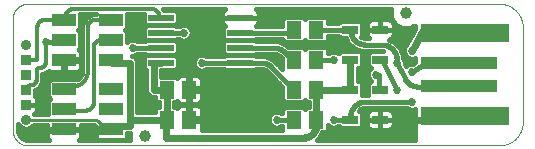
<source format=gtl>
G75*
%MOIN*%
%OFA0B0*%
%FSLAX25Y25*%
%IPPOS*%
%LPD*%
%AMOC8*
5,1,8,0,0,1.08239X$1,22.5*
%
%ADD10C,0.00000*%
%ADD11R,0.05118X0.05906*%
%ADD12R,0.05315X0.03150*%
%ADD13R,0.08700X0.02400*%
%ADD14R,0.07874X0.04331*%
%ADD15R,0.03500X0.03200*%
%ADD16C,0.03500*%
%ADD17R,0.29528X0.05906*%
%ADD18R,0.25591X0.03937*%
%ADD19C,0.03937*%
%ADD20C,0.02400*%
%ADD21C,0.01500*%
%ADD22C,0.01000*%
%ADD23C,0.01600*%
%ADD24C,0.01200*%
%ADD25C,0.02700*%
%ADD26C,0.00600*%
D10*
X0011800Y0006800D02*
X0168926Y0006800D01*
X0169116Y0006802D01*
X0169306Y0006809D01*
X0169496Y0006821D01*
X0169686Y0006837D01*
X0169875Y0006857D01*
X0170064Y0006883D01*
X0170252Y0006912D01*
X0170439Y0006947D01*
X0170625Y0006986D01*
X0170810Y0007029D01*
X0170995Y0007077D01*
X0171178Y0007129D01*
X0171359Y0007185D01*
X0171539Y0007246D01*
X0171718Y0007312D01*
X0171895Y0007381D01*
X0172071Y0007455D01*
X0172244Y0007533D01*
X0172416Y0007616D01*
X0172585Y0007702D01*
X0172753Y0007792D01*
X0172918Y0007887D01*
X0173081Y0007985D01*
X0173241Y0008088D01*
X0173399Y0008194D01*
X0173554Y0008304D01*
X0173707Y0008417D01*
X0173857Y0008535D01*
X0174003Y0008656D01*
X0174147Y0008780D01*
X0174288Y0008908D01*
X0174426Y0009039D01*
X0174561Y0009174D01*
X0174692Y0009312D01*
X0174820Y0009453D01*
X0174944Y0009597D01*
X0175065Y0009743D01*
X0175183Y0009893D01*
X0175296Y0010046D01*
X0175406Y0010201D01*
X0175512Y0010359D01*
X0175615Y0010519D01*
X0175713Y0010682D01*
X0175808Y0010847D01*
X0175898Y0011015D01*
X0175984Y0011184D01*
X0176067Y0011356D01*
X0176145Y0011529D01*
X0176219Y0011705D01*
X0176288Y0011882D01*
X0176354Y0012061D01*
X0176415Y0012241D01*
X0176471Y0012422D01*
X0176523Y0012605D01*
X0176571Y0012790D01*
X0176614Y0012975D01*
X0176653Y0013161D01*
X0176688Y0013348D01*
X0176717Y0013536D01*
X0176743Y0013725D01*
X0176763Y0013914D01*
X0176779Y0014104D01*
X0176791Y0014294D01*
X0176798Y0014484D01*
X0176800Y0014674D01*
X0176800Y0046170D01*
X0176798Y0046360D01*
X0176791Y0046550D01*
X0176779Y0046740D01*
X0176763Y0046930D01*
X0176743Y0047119D01*
X0176717Y0047308D01*
X0176688Y0047496D01*
X0176653Y0047683D01*
X0176614Y0047869D01*
X0176571Y0048054D01*
X0176523Y0048239D01*
X0176471Y0048422D01*
X0176415Y0048603D01*
X0176354Y0048783D01*
X0176288Y0048962D01*
X0176219Y0049139D01*
X0176145Y0049315D01*
X0176067Y0049488D01*
X0175984Y0049660D01*
X0175898Y0049829D01*
X0175808Y0049997D01*
X0175713Y0050162D01*
X0175615Y0050325D01*
X0175512Y0050485D01*
X0175406Y0050643D01*
X0175296Y0050798D01*
X0175183Y0050951D01*
X0175065Y0051101D01*
X0174944Y0051247D01*
X0174820Y0051391D01*
X0174692Y0051532D01*
X0174561Y0051670D01*
X0174426Y0051805D01*
X0174288Y0051936D01*
X0174147Y0052064D01*
X0174003Y0052188D01*
X0173857Y0052309D01*
X0173707Y0052427D01*
X0173554Y0052540D01*
X0173399Y0052650D01*
X0173241Y0052756D01*
X0173081Y0052859D01*
X0172918Y0052957D01*
X0172753Y0053052D01*
X0172585Y0053142D01*
X0172416Y0053228D01*
X0172244Y0053311D01*
X0172071Y0053389D01*
X0171895Y0053463D01*
X0171718Y0053532D01*
X0171539Y0053598D01*
X0171359Y0053659D01*
X0171178Y0053715D01*
X0170995Y0053767D01*
X0170810Y0053815D01*
X0170625Y0053858D01*
X0170439Y0053897D01*
X0170252Y0053932D01*
X0170064Y0053961D01*
X0169875Y0053987D01*
X0169686Y0054007D01*
X0169496Y0054023D01*
X0169306Y0054035D01*
X0169116Y0054042D01*
X0168926Y0054044D01*
X0011800Y0054044D01*
X0011660Y0054042D01*
X0011520Y0054036D01*
X0011380Y0054026D01*
X0011240Y0054013D01*
X0011101Y0053995D01*
X0010962Y0053973D01*
X0010825Y0053948D01*
X0010687Y0053919D01*
X0010551Y0053886D01*
X0010416Y0053849D01*
X0010282Y0053808D01*
X0010149Y0053763D01*
X0010017Y0053715D01*
X0009887Y0053663D01*
X0009758Y0053608D01*
X0009631Y0053549D01*
X0009505Y0053486D01*
X0009381Y0053420D01*
X0009260Y0053351D01*
X0009140Y0053278D01*
X0009022Y0053201D01*
X0008907Y0053122D01*
X0008793Y0053039D01*
X0008683Y0052953D01*
X0008574Y0052864D01*
X0008468Y0052772D01*
X0008365Y0052677D01*
X0008264Y0052580D01*
X0008167Y0052479D01*
X0008072Y0052376D01*
X0007980Y0052270D01*
X0007891Y0052161D01*
X0007805Y0052051D01*
X0007722Y0051937D01*
X0007643Y0051822D01*
X0007566Y0051704D01*
X0007493Y0051584D01*
X0007424Y0051463D01*
X0007358Y0051339D01*
X0007295Y0051213D01*
X0007236Y0051086D01*
X0007181Y0050957D01*
X0007129Y0050827D01*
X0007081Y0050695D01*
X0007036Y0050562D01*
X0006995Y0050428D01*
X0006958Y0050293D01*
X0006925Y0050157D01*
X0006896Y0050019D01*
X0006871Y0049882D01*
X0006849Y0049743D01*
X0006831Y0049604D01*
X0006818Y0049464D01*
X0006808Y0049324D01*
X0006802Y0049184D01*
X0006800Y0049044D01*
X0006800Y0011800D01*
X0006802Y0011660D01*
X0006808Y0011520D01*
X0006818Y0011380D01*
X0006831Y0011240D01*
X0006849Y0011101D01*
X0006871Y0010962D01*
X0006896Y0010825D01*
X0006925Y0010687D01*
X0006958Y0010551D01*
X0006995Y0010416D01*
X0007036Y0010282D01*
X0007081Y0010149D01*
X0007129Y0010017D01*
X0007181Y0009887D01*
X0007236Y0009758D01*
X0007295Y0009631D01*
X0007358Y0009505D01*
X0007424Y0009381D01*
X0007493Y0009260D01*
X0007566Y0009140D01*
X0007643Y0009022D01*
X0007722Y0008907D01*
X0007805Y0008793D01*
X0007891Y0008683D01*
X0007980Y0008574D01*
X0008072Y0008468D01*
X0008167Y0008365D01*
X0008264Y0008264D01*
X0008365Y0008167D01*
X0008468Y0008072D01*
X0008574Y0007980D01*
X0008683Y0007891D01*
X0008793Y0007805D01*
X0008907Y0007722D01*
X0009022Y0007643D01*
X0009140Y0007566D01*
X0009260Y0007493D01*
X0009381Y0007424D01*
X0009505Y0007358D01*
X0009631Y0007295D01*
X0009758Y0007236D01*
X0009887Y0007181D01*
X0010017Y0007129D01*
X0010149Y0007081D01*
X0010282Y0007036D01*
X0010416Y0006995D01*
X0010551Y0006958D01*
X0010687Y0006925D01*
X0010825Y0006896D01*
X0010962Y0006871D01*
X0011101Y0006849D01*
X0011240Y0006831D01*
X0011380Y0006818D01*
X0011520Y0006808D01*
X0011660Y0006802D01*
X0011800Y0006800D01*
D11*
X0058060Y0015422D03*
X0065540Y0015422D03*
X0065540Y0025422D03*
X0058060Y0025422D03*
X0100560Y0025422D03*
X0108040Y0025422D03*
X0108040Y0015422D03*
X0100560Y0015422D03*
X0100560Y0035422D03*
X0108040Y0035422D03*
X0108040Y0045422D03*
X0100560Y0045422D03*
D12*
X0119300Y0045422D03*
X0129300Y0045422D03*
X0129300Y0035422D03*
X0119300Y0035422D03*
X0119300Y0025422D03*
X0129300Y0025422D03*
X0129300Y0015422D03*
X0119300Y0015422D03*
D13*
X0082600Y0034422D03*
X0082600Y0039422D03*
X0082600Y0044422D03*
X0082600Y0049422D03*
X0056100Y0049422D03*
X0056100Y0044422D03*
X0056100Y0039422D03*
X0056100Y0034422D03*
D14*
X0039674Y0035229D03*
X0023926Y0035229D03*
X0023926Y0041922D03*
X0039674Y0041922D03*
X0039674Y0048615D03*
X0023926Y0048615D03*
X0023926Y0025515D03*
X0039674Y0025515D03*
X0039674Y0018822D03*
X0023926Y0018822D03*
X0023926Y0012129D03*
X0039674Y0012129D03*
D15*
X0011300Y0020422D03*
X0011300Y0025422D03*
X0011300Y0030422D03*
X0011300Y0035422D03*
D16*
X0011300Y0040422D03*
X0011300Y0015422D03*
D17*
X0157587Y0016642D03*
X0157587Y0044202D03*
D18*
X0155619Y0034359D03*
X0155619Y0026485D03*
D19*
X0137800Y0050800D03*
X0050800Y0009800D03*
D20*
X0057800Y0009422D02*
X0058060Y0025422D01*
X0053800Y0025422D01*
X0053800Y0034422D01*
X0056100Y0034422D01*
X0045800Y0034422D02*
X0045800Y0015422D01*
X0045800Y0013422D01*
X0039674Y0013422D01*
X0045800Y0015422D02*
X0057800Y0015422D01*
X0057800Y0009422D01*
X0103040Y0009422D01*
X0108040Y0013422D02*
X0108040Y0015422D01*
X0108040Y0025422D01*
X0119300Y0025422D01*
X0119300Y0035422D01*
X0139800Y0038422D02*
X0143800Y0045800D01*
X0058060Y0025422D02*
X0058060Y0015422D01*
X0058060Y0025422D02*
X0057800Y0025422D01*
X0045800Y0034422D02*
X0039800Y0034422D01*
X0103040Y0009422D02*
X0103171Y0009409D01*
X0103302Y0009400D01*
X0103434Y0009395D01*
X0103566Y0009394D01*
X0103697Y0009397D01*
X0103829Y0009403D01*
X0103960Y0009414D01*
X0104091Y0009428D01*
X0104222Y0009446D01*
X0104352Y0009467D01*
X0104481Y0009493D01*
X0104609Y0009522D01*
X0104737Y0009555D01*
X0104863Y0009592D01*
X0104989Y0009632D01*
X0105113Y0009676D01*
X0105236Y0009724D01*
X0105357Y0009775D01*
X0105477Y0009829D01*
X0105595Y0009887D01*
X0105712Y0009949D01*
X0105826Y0010014D01*
X0105939Y0010082D01*
X0106050Y0010153D01*
X0106158Y0010228D01*
X0106265Y0010305D01*
X0106369Y0010386D01*
X0106470Y0010470D01*
X0106569Y0010557D01*
X0106666Y0010646D01*
X0106760Y0010739D01*
X0106851Y0010834D01*
X0106940Y0010931D01*
X0107025Y0011031D01*
X0107108Y0011134D01*
X0107187Y0011239D01*
X0107264Y0011346D01*
X0107337Y0011455D01*
X0107407Y0011567D01*
X0107474Y0011680D01*
X0107538Y0011796D01*
X0107598Y0011913D01*
X0107655Y0012032D01*
X0107708Y0012152D01*
X0107758Y0012274D01*
X0107804Y0012398D01*
X0107846Y0012522D01*
X0107885Y0012648D01*
X0107920Y0012775D01*
X0107952Y0012903D01*
X0107980Y0013032D01*
X0108004Y0013161D01*
X0108024Y0013291D01*
X0108040Y0013422D01*
X0137800Y0015422D02*
X0158808Y0015800D01*
D21*
X0100560Y0035422D02*
X0099800Y0035422D01*
X0083800Y0039422D02*
X0082600Y0039422D01*
X0108040Y0045422D02*
X0119300Y0045422D01*
X0039674Y0035229D02*
X0039674Y0034422D01*
X0057800Y0015422D02*
X0058060Y0015422D01*
X0039674Y0013422D02*
X0039674Y0012129D01*
D22*
X0039674Y0013422D02*
X0036800Y0013422D01*
X0035532Y0014690D02*
X0035461Y0014758D01*
X0035388Y0014823D01*
X0035312Y0014885D01*
X0035233Y0014945D01*
X0035153Y0015001D01*
X0035070Y0015054D01*
X0034986Y0015103D01*
X0034899Y0015150D01*
X0034811Y0015192D01*
X0034721Y0015232D01*
X0034629Y0015267D01*
X0034537Y0015300D01*
X0034443Y0015328D01*
X0034348Y0015353D01*
X0034252Y0015374D01*
X0034155Y0015391D01*
X0034058Y0015405D01*
X0033960Y0015414D01*
X0033862Y0015420D01*
X0033764Y0015422D01*
X0011300Y0015422D01*
D23*
X0008600Y0013970D02*
X0008714Y0013694D01*
X0009572Y0012836D01*
X0010693Y0012372D01*
X0011907Y0012372D01*
X0013028Y0012836D01*
X0013813Y0013622D01*
X0018189Y0013622D01*
X0018189Y0012412D01*
X0023643Y0012412D01*
X0023643Y0013622D01*
X0024209Y0013622D01*
X0024209Y0012412D01*
X0029663Y0012412D01*
X0029663Y0013622D01*
X0033764Y0013622D01*
X0033901Y0013609D01*
X0033944Y0013591D01*
X0034437Y0013098D01*
X0034437Y0009425D01*
X0035199Y0008664D01*
X0044149Y0008664D01*
X0044911Y0009425D01*
X0044911Y0010922D01*
X0045907Y0010922D01*
X0045885Y0010667D01*
X0045796Y0010335D01*
X0045848Y0010245D01*
X0045846Y0010221D01*
X0045779Y0010142D01*
X0045809Y0009800D01*
X0045779Y0009458D01*
X0045846Y0009379D01*
X0045848Y0009355D01*
X0045796Y0009265D01*
X0045885Y0008933D01*
X0045914Y0008600D01*
X0029045Y0008600D01*
X0029303Y0008859D01*
X0029540Y0009269D01*
X0029663Y0009727D01*
X0029663Y0011846D01*
X0024209Y0011846D01*
X0024209Y0012412D01*
X0023643Y0012412D01*
X0023643Y0011846D01*
X0018189Y0011846D01*
X0018189Y0009727D01*
X0018312Y0009269D01*
X0018549Y0008859D01*
X0018807Y0008600D01*
X0011800Y0008600D01*
X0011176Y0008661D01*
X0010022Y0009139D01*
X0009139Y0010022D01*
X0008661Y0011176D01*
X0008600Y0011800D01*
X0008600Y0013970D01*
X0008600Y0013194D02*
X0009215Y0013194D01*
X0008620Y0011596D02*
X0018189Y0011596D01*
X0015800Y0011422D02*
X0023926Y0012422D01*
X0023926Y0012129D01*
X0023643Y0013194D02*
X0024209Y0013194D01*
X0029663Y0013194D02*
X0034341Y0013194D01*
X0031800Y0012422D02*
X0031800Y0012129D01*
X0029663Y0011596D02*
X0034437Y0011596D01*
X0034437Y0009997D02*
X0029663Y0009997D01*
X0018189Y0009997D02*
X0009164Y0009997D01*
X0013385Y0013194D02*
X0018189Y0013194D01*
X0018689Y0017222D02*
X0013879Y0017222D01*
X0014155Y0017382D01*
X0014490Y0017717D01*
X0014727Y0018127D01*
X0014850Y0018585D01*
X0014850Y0020422D01*
X0014850Y0022259D01*
X0014727Y0022717D01*
X0014490Y0023127D01*
X0014342Y0023276D01*
X0014350Y0023284D01*
X0014350Y0025243D01*
X0015622Y0025978D01*
X0016700Y0027844D01*
X0016700Y0030772D01*
X0017028Y0030772D01*
X0018722Y0031750D01*
X0018735Y0031772D01*
X0018884Y0031623D01*
X0019294Y0031386D01*
X0019752Y0031264D01*
X0023643Y0031264D01*
X0023643Y0034946D01*
X0024209Y0034946D01*
X0024209Y0035512D01*
X0029663Y0035512D01*
X0029663Y0037631D01*
X0029540Y0038089D01*
X0029303Y0038500D01*
X0028968Y0038835D01*
X0028849Y0038904D01*
X0029163Y0039218D01*
X0029163Y0044626D01*
X0028520Y0045268D01*
X0029163Y0045911D01*
X0029163Y0050522D01*
X0034437Y0050522D01*
X0034437Y0050515D01*
X0033121Y0050515D01*
X0031079Y0049336D01*
X0031079Y0049336D01*
X0031079Y0049336D01*
X0029900Y0047294D01*
X0029900Y0031422D01*
X0029840Y0030817D01*
X0029378Y0029700D01*
X0028530Y0028852D01*
X0028401Y0028980D01*
X0019450Y0028980D01*
X0018689Y0028219D01*
X0018689Y0022811D01*
X0019332Y0022168D01*
X0018689Y0021526D01*
X0018689Y0017222D01*
X0018689Y0017990D02*
X0014648Y0017990D01*
X0014850Y0019588D02*
X0018689Y0019588D01*
X0015800Y0020422D02*
X0011300Y0020422D01*
X0014850Y0020422D01*
X0011300Y0020422D01*
X0011300Y0020422D01*
X0014850Y0021187D02*
X0018689Y0021187D01*
X0018715Y0022785D02*
X0014688Y0022785D01*
X0014350Y0024384D02*
X0018689Y0024384D01*
X0018689Y0025982D02*
X0015625Y0025982D01*
X0015622Y0025978D02*
X0015622Y0025978D01*
X0015622Y0025978D01*
X0011800Y0025422D02*
X0011300Y0025422D01*
X0016548Y0027581D02*
X0018689Y0027581D01*
X0016700Y0029179D02*
X0028857Y0029179D01*
X0029824Y0030778D02*
X0017038Y0030778D01*
X0018722Y0031750D02*
X0018722Y0031750D01*
X0018722Y0031750D01*
X0023643Y0032376D02*
X0024209Y0032376D01*
X0024209Y0031264D02*
X0028100Y0031264D01*
X0028558Y0031386D01*
X0028968Y0031623D01*
X0029303Y0031959D01*
X0029540Y0032369D01*
X0029663Y0032827D01*
X0029663Y0034946D01*
X0024209Y0034946D01*
X0024209Y0031264D01*
X0029542Y0032376D02*
X0029900Y0032376D01*
X0029900Y0033975D02*
X0029663Y0033975D01*
X0029663Y0035573D02*
X0029900Y0035573D01*
X0029900Y0037172D02*
X0029663Y0037172D01*
X0029900Y0038770D02*
X0029033Y0038770D01*
X0029163Y0040369D02*
X0029900Y0040369D01*
X0029900Y0041967D02*
X0029163Y0041967D01*
X0029163Y0043566D02*
X0029900Y0043566D01*
X0029900Y0045164D02*
X0028625Y0045164D01*
X0029163Y0046763D02*
X0029900Y0046763D01*
X0030516Y0048361D02*
X0029163Y0048361D01*
X0029163Y0049960D02*
X0032160Y0049960D01*
X0044911Y0049960D02*
X0050450Y0049960D01*
X0050450Y0050522D02*
X0050450Y0047684D01*
X0051212Y0046922D01*
X0050450Y0046160D01*
X0050450Y0042684D01*
X0051212Y0041922D01*
X0060988Y0041922D01*
X0061388Y0042322D01*
X0062152Y0042322D01*
X0062299Y0042175D01*
X0063273Y0041772D01*
X0064327Y0041772D01*
X0065301Y0042175D01*
X0066047Y0042921D01*
X0066450Y0043895D01*
X0066450Y0044949D01*
X0066047Y0045923D01*
X0065301Y0046669D01*
X0064327Y0047072D01*
X0063273Y0047072D01*
X0062299Y0046669D01*
X0062152Y0046522D01*
X0061388Y0046522D01*
X0060988Y0046922D01*
X0051212Y0046922D01*
X0060988Y0046922D01*
X0061750Y0047684D01*
X0061750Y0051160D01*
X0060988Y0051922D01*
X0057068Y0051922D01*
X0056954Y0052198D01*
X0056908Y0052244D01*
X0077460Y0052244D01*
X0077145Y0052062D01*
X0076810Y0051727D01*
X0076573Y0051317D01*
X0076450Y0050859D01*
X0076450Y0049422D01*
X0082600Y0049422D01*
X0088750Y0049422D01*
X0088750Y0050859D01*
X0088627Y0051317D01*
X0088390Y0051727D01*
X0088055Y0052062D01*
X0087740Y0052244D01*
X0132987Y0052244D01*
X0132965Y0052196D01*
X0133001Y0052098D01*
X0132994Y0052075D01*
X0132915Y0052008D01*
X0132885Y0051667D01*
X0132796Y0051335D01*
X0132848Y0051245D01*
X0132846Y0051221D01*
X0132779Y0051142D01*
X0132809Y0050800D01*
X0132779Y0050458D01*
X0132846Y0050379D01*
X0132848Y0050355D01*
X0132796Y0050265D01*
X0132885Y0049933D01*
X0132915Y0049592D01*
X0132994Y0049525D01*
X0133001Y0049501D01*
X0132965Y0049404D01*
X0133110Y0049093D01*
X0133199Y0048762D01*
X0133289Y0048710D01*
X0133299Y0048688D01*
X0133281Y0048585D01*
X0133478Y0048304D01*
X0133623Y0047994D01*
X0133720Y0047958D01*
X0133734Y0047938D01*
X0133734Y0047834D01*
X0133977Y0047592D01*
X0134173Y0047311D01*
X0134276Y0047293D01*
X0134293Y0047276D01*
X0134311Y0047173D01*
X0134592Y0046977D01*
X0134834Y0046734D01*
X0134938Y0046734D01*
X0134958Y0046720D01*
X0134994Y0046623D01*
X0135304Y0046478D01*
X0135585Y0046281D01*
X0135688Y0046299D01*
X0135710Y0046289D01*
X0135762Y0046199D01*
X0136093Y0046110D01*
X0136404Y0045965D01*
X0136501Y0046001D01*
X0136525Y0045994D01*
X0136592Y0045915D01*
X0136933Y0045885D01*
X0137265Y0045796D01*
X0137355Y0045848D01*
X0137379Y0045846D01*
X0137458Y0045779D01*
X0137800Y0045809D01*
X0138142Y0045779D01*
X0138221Y0045846D01*
X0138245Y0045848D01*
X0138335Y0045796D01*
X0138667Y0045885D01*
X0139008Y0045915D01*
X0139075Y0045994D01*
X0139098Y0046001D01*
X0139196Y0045965D01*
X0139507Y0046110D01*
X0139838Y0046199D01*
X0139890Y0046289D01*
X0139912Y0046299D01*
X0140014Y0046281D01*
X0140296Y0046478D01*
X0140606Y0046623D01*
X0140642Y0046720D01*
X0140662Y0046734D01*
X0140766Y0046734D01*
X0140800Y0046769D01*
X0140800Y0045512D01*
X0138027Y0040396D01*
X0137553Y0039923D01*
X0137150Y0038949D01*
X0137150Y0037895D01*
X0137553Y0036921D01*
X0138299Y0036175D01*
X0139273Y0035772D01*
X0140327Y0035772D01*
X0140800Y0035968D01*
X0140800Y0034460D01*
X0140148Y0034072D01*
X0139273Y0034072D01*
X0138299Y0033669D01*
X0137783Y0033152D01*
X0137433Y0033853D01*
X0137450Y0033895D01*
X0137450Y0034949D01*
X0137047Y0035923D01*
X0136900Y0036070D01*
X0136900Y0036834D01*
X0135819Y0039444D01*
X0133822Y0041441D01*
X0133822Y0041441D01*
X0132294Y0042074D01*
X0132652Y0042170D01*
X0133063Y0042407D01*
X0133398Y0042742D01*
X0133635Y0043152D01*
X0133757Y0043610D01*
X0133757Y0045422D01*
X0129300Y0045422D01*
X0134800Y0045422D01*
X0133757Y0045422D02*
X0133757Y0047234D01*
X0133635Y0047692D01*
X0133398Y0048102D01*
X0133063Y0048437D01*
X0132652Y0048674D01*
X0132194Y0048797D01*
X0129300Y0048797D01*
X0129300Y0045422D01*
X0129300Y0045422D01*
X0133757Y0045422D01*
X0133757Y0045164D02*
X0140612Y0045164D01*
X0139745Y0043566D02*
X0133746Y0043566D01*
X0132552Y0041967D02*
X0138878Y0041967D01*
X0137999Y0040369D02*
X0134894Y0040369D01*
X0135819Y0039444D02*
X0135819Y0039444D01*
X0136098Y0038770D02*
X0137150Y0038770D01*
X0137450Y0037172D02*
X0136760Y0037172D01*
X0137191Y0035573D02*
X0140800Y0035573D01*
X0139038Y0033975D02*
X0137450Y0033975D01*
X0134800Y0034422D02*
X0134800Y0035422D01*
X0134800Y0034422D02*
X0137418Y0029186D01*
X0139800Y0031422D02*
X0143800Y0033800D01*
X0155619Y0034359D01*
X0155619Y0026485D02*
X0155432Y0026421D01*
X0155244Y0026362D01*
X0155054Y0026307D01*
X0154863Y0026257D01*
X0154670Y0026212D01*
X0154477Y0026171D01*
X0154283Y0026136D01*
X0154088Y0026105D01*
X0153892Y0026079D01*
X0153695Y0026057D01*
X0153498Y0026041D01*
X0153301Y0026029D01*
X0153104Y0026022D01*
X0152906Y0026020D01*
X0152709Y0026023D01*
X0152511Y0026031D01*
X0152314Y0026043D01*
X0152117Y0026060D01*
X0151921Y0026083D01*
X0151725Y0026110D01*
X0151531Y0026141D01*
X0151336Y0026178D01*
X0151143Y0026219D01*
X0150951Y0026265D01*
X0150760Y0026316D01*
X0150571Y0026371D01*
X0150382Y0026431D01*
X0150196Y0026496D01*
X0150011Y0026565D01*
X0149827Y0026639D01*
X0149646Y0026717D01*
X0149467Y0026800D01*
X0141890Y0026422D01*
X0134800Y0025422D02*
X0129800Y0035422D01*
X0134800Y0035422D02*
X0134798Y0035562D01*
X0134792Y0035702D01*
X0134782Y0035842D01*
X0134769Y0035982D01*
X0134751Y0036121D01*
X0134729Y0036260D01*
X0134704Y0036397D01*
X0134675Y0036535D01*
X0134642Y0036671D01*
X0134605Y0036806D01*
X0134564Y0036940D01*
X0134519Y0037073D01*
X0134471Y0037205D01*
X0134419Y0037335D01*
X0134364Y0037464D01*
X0134305Y0037591D01*
X0134242Y0037717D01*
X0134176Y0037841D01*
X0134107Y0037962D01*
X0134034Y0038082D01*
X0133957Y0038200D01*
X0133878Y0038315D01*
X0133795Y0038429D01*
X0133709Y0038539D01*
X0133620Y0038648D01*
X0133528Y0038754D01*
X0133433Y0038857D01*
X0133336Y0038958D01*
X0133235Y0039055D01*
X0133132Y0039150D01*
X0133026Y0039242D01*
X0132917Y0039331D01*
X0132807Y0039417D01*
X0132693Y0039500D01*
X0132578Y0039579D01*
X0132460Y0039656D01*
X0132340Y0039729D01*
X0132219Y0039798D01*
X0132095Y0039864D01*
X0131969Y0039927D01*
X0131842Y0039986D01*
X0131713Y0040041D01*
X0131583Y0040093D01*
X0131451Y0040141D01*
X0131318Y0040186D01*
X0131184Y0040227D01*
X0131049Y0040264D01*
X0130913Y0040297D01*
X0130775Y0040326D01*
X0130638Y0040351D01*
X0130499Y0040373D01*
X0130360Y0040391D01*
X0130220Y0040404D01*
X0130080Y0040414D01*
X0129940Y0040420D01*
X0129800Y0040422D01*
X0124325Y0040422D01*
X0123004Y0038322D02*
X0120540Y0039272D01*
X0120540Y0039272D01*
X0118582Y0041044D01*
X0118582Y0041044D01*
X0117823Y0042547D01*
X0116104Y0042547D01*
X0115343Y0043309D01*
X0115343Y0043372D01*
X0111899Y0043372D01*
X0111899Y0041931D01*
X0111138Y0041169D01*
X0104943Y0041169D01*
X0104300Y0041812D01*
X0103657Y0041169D01*
X0097462Y0041169D01*
X0096701Y0041931D01*
X0096701Y0042322D01*
X0087888Y0042322D01*
X0087488Y0041922D01*
X0077712Y0041922D01*
X0076950Y0041160D01*
X0076950Y0037684D01*
X0077712Y0036922D01*
X0077312Y0036522D01*
X0071448Y0036522D01*
X0071301Y0036669D01*
X0070327Y0037072D01*
X0069273Y0037072D01*
X0068299Y0036669D01*
X0067553Y0035923D01*
X0067150Y0034949D01*
X0067150Y0033895D01*
X0067553Y0032921D01*
X0068299Y0032175D01*
X0069273Y0031772D01*
X0070327Y0031772D01*
X0071301Y0032175D01*
X0071448Y0032322D01*
X0077312Y0032322D01*
X0077712Y0031922D01*
X0087488Y0031922D01*
X0087888Y0032322D01*
X0089489Y0032322D01*
X0090055Y0032266D01*
X0091100Y0031833D01*
X0091539Y0031473D01*
X0091831Y0031181D01*
X0092154Y0030858D01*
X0096701Y0026311D01*
X0096701Y0021931D01*
X0097462Y0021169D01*
X0103657Y0021169D01*
X0104300Y0021812D01*
X0104943Y0021169D01*
X0105540Y0021169D01*
X0105540Y0019675D01*
X0104943Y0019675D01*
X0104300Y0019032D01*
X0103657Y0019675D01*
X0097462Y0019675D01*
X0096701Y0018913D01*
X0096701Y0017522D01*
X0096448Y0017522D01*
X0096301Y0017669D01*
X0095327Y0018072D01*
X0094273Y0018072D01*
X0093299Y0017669D01*
X0092553Y0016923D01*
X0092150Y0015949D01*
X0092150Y0014895D01*
X0092553Y0013921D01*
X0093299Y0013175D01*
X0094273Y0012772D01*
X0095327Y0012772D01*
X0096301Y0013175D01*
X0096448Y0013322D01*
X0096701Y0013322D01*
X0096701Y0011931D01*
X0096710Y0011922D01*
X0069816Y0011922D01*
X0069899Y0012232D01*
X0069899Y0014942D01*
X0066020Y0014942D01*
X0066020Y0015902D01*
X0065061Y0015902D01*
X0065061Y0020175D01*
X0062744Y0020175D01*
X0062286Y0020052D01*
X0061876Y0019815D01*
X0061541Y0019480D01*
X0061472Y0019360D01*
X0061157Y0019675D01*
X0060560Y0019675D01*
X0060560Y0021169D01*
X0061157Y0021169D01*
X0061472Y0021484D01*
X0061541Y0021364D01*
X0061876Y0021029D01*
X0062286Y0020792D01*
X0062744Y0020669D01*
X0065061Y0020669D01*
X0065061Y0024942D01*
X0066020Y0024942D01*
X0066020Y0020669D01*
X0068336Y0020669D01*
X0068794Y0020792D01*
X0069204Y0021029D01*
X0069540Y0021364D01*
X0069777Y0021774D01*
X0069899Y0022232D01*
X0069899Y0024942D01*
X0066020Y0024942D01*
X0066020Y0025902D01*
X0065061Y0025902D01*
X0065061Y0030175D01*
X0062744Y0030175D01*
X0062286Y0030052D01*
X0061876Y0029815D01*
X0061541Y0029480D01*
X0061472Y0029360D01*
X0061157Y0029675D01*
X0056300Y0029675D01*
X0056300Y0031922D01*
X0060988Y0031922D01*
X0061750Y0032684D01*
X0061750Y0036160D01*
X0060988Y0036922D01*
X0061750Y0037684D01*
X0061750Y0041160D01*
X0060988Y0041922D01*
X0051212Y0041922D01*
X0050812Y0041522D01*
X0048448Y0041522D01*
X0048301Y0041669D01*
X0047327Y0042072D01*
X0046273Y0042072D01*
X0045299Y0041669D01*
X0044911Y0041281D01*
X0044911Y0044626D01*
X0044268Y0045268D01*
X0044911Y0045911D01*
X0044911Y0050522D01*
X0050450Y0050522D01*
X0050450Y0048361D02*
X0044911Y0048361D01*
X0044911Y0046763D02*
X0051052Y0046763D01*
X0050450Y0045164D02*
X0044373Y0045164D01*
X0044911Y0043566D02*
X0050450Y0043566D01*
X0051166Y0041967D02*
X0047580Y0041967D01*
X0046020Y0041967D02*
X0044911Y0041967D01*
X0046800Y0039422D02*
X0056100Y0039422D01*
X0061750Y0038770D02*
X0076950Y0038770D01*
X0076950Y0040369D02*
X0061750Y0040369D01*
X0061034Y0041967D02*
X0062801Y0041967D01*
X0064798Y0041967D02*
X0077666Y0041967D01*
X0077712Y0041922D02*
X0087488Y0041922D01*
X0087888Y0041522D01*
X0095141Y0041522D01*
X0097751Y0040441D01*
X0097751Y0040441D01*
X0098134Y0040058D01*
X0098517Y0039675D01*
X0103657Y0039675D01*
X0104300Y0039032D01*
X0104943Y0039675D01*
X0111138Y0039675D01*
X0111899Y0038913D01*
X0111899Y0037522D01*
X0112152Y0037522D01*
X0112299Y0037669D01*
X0113273Y0038072D01*
X0114327Y0038072D01*
X0115301Y0037669D01*
X0115388Y0037581D01*
X0116104Y0038297D01*
X0122496Y0038297D01*
X0123257Y0037535D01*
X0123257Y0033309D01*
X0122496Y0032547D01*
X0121800Y0032547D01*
X0121800Y0028297D01*
X0122496Y0028297D01*
X0123257Y0027535D01*
X0123257Y0023522D01*
X0125343Y0023522D01*
X0125343Y0027535D01*
X0126104Y0028297D01*
X0126178Y0028297D01*
X0125553Y0028921D01*
X0125150Y0029895D01*
X0125150Y0030949D01*
X0125553Y0031923D01*
X0126178Y0032547D01*
X0126104Y0032547D01*
X0125343Y0033309D01*
X0125343Y0037535D01*
X0126104Y0038297D01*
X0130056Y0038297D01*
X0129800Y0038322D01*
X0123004Y0038322D01*
X0121841Y0038770D02*
X0111899Y0038770D01*
X0119328Y0040369D02*
X0097823Y0040369D01*
X0093729Y0039422D02*
X0082600Y0039422D01*
X0087488Y0036922D02*
X0087888Y0037322D01*
X0093729Y0037322D01*
X0094295Y0037266D01*
X0095340Y0036833D01*
X0095780Y0036473D01*
X0096205Y0036047D01*
X0096395Y0035858D01*
X0096701Y0035551D01*
X0096701Y0032251D01*
X0095124Y0033827D01*
X0094793Y0034159D01*
X0093894Y0035058D01*
X0093511Y0035441D01*
X0093511Y0035441D01*
X0090901Y0036522D01*
X0087888Y0036522D01*
X0087488Y0036922D01*
X0077712Y0036922D01*
X0087488Y0036922D01*
X0087738Y0037172D02*
X0094523Y0037172D01*
X0097264Y0037958D02*
X0099800Y0035422D01*
X0096679Y0035573D02*
X0093192Y0035573D01*
X0093729Y0039422D02*
X0093869Y0039420D01*
X0094009Y0039414D01*
X0094149Y0039404D01*
X0094289Y0039391D01*
X0094428Y0039373D01*
X0094567Y0039351D01*
X0094704Y0039326D01*
X0094842Y0039297D01*
X0094978Y0039264D01*
X0095113Y0039227D01*
X0095247Y0039186D01*
X0095380Y0039141D01*
X0095512Y0039093D01*
X0095642Y0039041D01*
X0095771Y0038986D01*
X0095898Y0038927D01*
X0096024Y0038864D01*
X0096148Y0038798D01*
X0096269Y0038729D01*
X0096389Y0038656D01*
X0096507Y0038579D01*
X0096622Y0038500D01*
X0096736Y0038417D01*
X0096846Y0038331D01*
X0096955Y0038242D01*
X0097061Y0038150D01*
X0097164Y0038055D01*
X0097265Y0037958D01*
X0096701Y0033975D02*
X0094977Y0033975D01*
X0093024Y0032958D02*
X0100560Y0025422D01*
X0096701Y0025982D02*
X0069899Y0025982D01*
X0069899Y0025902D02*
X0069899Y0028612D01*
X0069777Y0029070D01*
X0069540Y0029480D01*
X0069204Y0029815D01*
X0068794Y0030052D01*
X0068336Y0030175D01*
X0066020Y0030175D01*
X0066020Y0025902D01*
X0069899Y0025902D01*
X0066020Y0025982D02*
X0065061Y0025982D01*
X0065061Y0024384D02*
X0066020Y0024384D01*
X0066020Y0022785D02*
X0065061Y0022785D01*
X0065061Y0021187D02*
X0066020Y0021187D01*
X0069362Y0021187D02*
X0097445Y0021187D01*
X0097376Y0019588D02*
X0069431Y0019588D01*
X0069540Y0019480D02*
X0069204Y0019815D01*
X0068794Y0020052D01*
X0068336Y0020175D01*
X0066020Y0020175D01*
X0066020Y0015902D01*
X0069899Y0015902D01*
X0069899Y0018612D01*
X0069777Y0019070D01*
X0069540Y0019480D01*
X0066020Y0019588D02*
X0065061Y0019588D01*
X0065061Y0017990D02*
X0066020Y0017990D01*
X0069899Y0017990D02*
X0094074Y0017990D01*
X0095526Y0017990D02*
X0096701Y0017990D01*
X0092333Y0016391D02*
X0069899Y0016391D01*
X0072800Y0015422D02*
X0065540Y0015422D01*
X0065061Y0016391D02*
X0066020Y0016391D01*
X0069899Y0014793D02*
X0092192Y0014793D01*
X0094800Y0015422D02*
X0100560Y0015422D01*
X0096701Y0013194D02*
X0096320Y0013194D01*
X0093280Y0013194D02*
X0069899Y0013194D01*
X0072800Y0015422D02*
X0072887Y0015420D01*
X0072974Y0015414D01*
X0073061Y0015405D01*
X0073147Y0015392D01*
X0073233Y0015375D01*
X0073318Y0015354D01*
X0073401Y0015329D01*
X0073484Y0015301D01*
X0073565Y0015270D01*
X0073645Y0015235D01*
X0073723Y0015196D01*
X0073800Y0015154D01*
X0073875Y0015109D01*
X0073947Y0015060D01*
X0074018Y0015009D01*
X0074086Y0014954D01*
X0074151Y0014897D01*
X0074214Y0014836D01*
X0074275Y0014773D01*
X0074332Y0014708D01*
X0074387Y0014640D01*
X0074438Y0014569D01*
X0074487Y0014497D01*
X0074532Y0014422D01*
X0074574Y0014345D01*
X0074613Y0014267D01*
X0074648Y0014187D01*
X0074679Y0014106D01*
X0074707Y0014023D01*
X0074732Y0013940D01*
X0074753Y0013855D01*
X0074770Y0013769D01*
X0074783Y0013683D01*
X0074792Y0013596D01*
X0074798Y0013509D01*
X0074800Y0013422D01*
X0061649Y0019588D02*
X0061244Y0019588D01*
X0061175Y0021187D02*
X0061718Y0021187D01*
X0055490Y0021169D02*
X0055466Y0019675D01*
X0054962Y0019675D01*
X0054201Y0018913D01*
X0054201Y0017922D01*
X0048300Y0017922D01*
X0048300Y0034919D01*
X0047919Y0035838D01*
X0047216Y0036541D01*
X0046659Y0036772D01*
X0047327Y0036772D01*
X0048301Y0037175D01*
X0048448Y0037322D01*
X0050812Y0037322D01*
X0051212Y0036922D01*
X0060988Y0036922D01*
X0051212Y0036922D01*
X0050450Y0036160D01*
X0050450Y0032684D01*
X0051212Y0031922D01*
X0051300Y0031922D01*
X0051300Y0024925D01*
X0051681Y0024006D01*
X0052384Y0023303D01*
X0053303Y0022922D01*
X0054201Y0022922D01*
X0054201Y0021931D01*
X0054962Y0021169D01*
X0055490Y0021169D01*
X0054945Y0021187D02*
X0048300Y0021187D01*
X0048300Y0022785D02*
X0054201Y0022785D01*
X0051524Y0024384D02*
X0048300Y0024384D01*
X0048300Y0025982D02*
X0051300Y0025982D01*
X0051300Y0027581D02*
X0048300Y0027581D01*
X0048300Y0029179D02*
X0051300Y0029179D01*
X0051300Y0030778D02*
X0048300Y0030778D01*
X0048300Y0032376D02*
X0050757Y0032376D01*
X0050450Y0033975D02*
X0048300Y0033975D01*
X0048029Y0035573D02*
X0050450Y0035573D01*
X0050962Y0037172D02*
X0048292Y0037172D01*
X0039800Y0034422D02*
X0039674Y0034422D01*
X0056300Y0030778D02*
X0092234Y0030778D01*
X0093025Y0032958D02*
X0092924Y0033055D01*
X0092821Y0033150D01*
X0092715Y0033242D01*
X0092606Y0033331D01*
X0092496Y0033417D01*
X0092382Y0033500D01*
X0092267Y0033579D01*
X0092149Y0033656D01*
X0092029Y0033729D01*
X0091908Y0033798D01*
X0091784Y0033864D01*
X0091658Y0033927D01*
X0091531Y0033986D01*
X0091402Y0034041D01*
X0091272Y0034093D01*
X0091140Y0034141D01*
X0091007Y0034186D01*
X0090873Y0034227D01*
X0090738Y0034264D01*
X0090602Y0034297D01*
X0090464Y0034326D01*
X0090327Y0034351D01*
X0090188Y0034373D01*
X0090049Y0034391D01*
X0089909Y0034404D01*
X0089769Y0034414D01*
X0089629Y0034420D01*
X0089489Y0034422D01*
X0082600Y0034422D01*
X0069800Y0034422D01*
X0067409Y0035573D02*
X0061750Y0035573D01*
X0061750Y0033975D02*
X0067150Y0033975D01*
X0068098Y0032376D02*
X0061443Y0032376D01*
X0065061Y0029179D02*
X0066020Y0029179D01*
X0066020Y0027581D02*
X0065061Y0027581D01*
X0069899Y0027581D02*
X0095431Y0027581D01*
X0093833Y0029179D02*
X0069713Y0029179D01*
X0069899Y0024384D02*
X0096701Y0024384D01*
X0096701Y0022785D02*
X0069899Y0022785D01*
X0054876Y0019588D02*
X0048300Y0019588D01*
X0048300Y0017990D02*
X0054201Y0017990D01*
X0045792Y0009997D02*
X0044911Y0009997D01*
X0103744Y0019588D02*
X0104856Y0019588D01*
X0104925Y0021187D02*
X0103675Y0021187D01*
X0119300Y0016422D02*
X0119300Y0015422D01*
X0113800Y0015422D01*
X0111899Y0013575D02*
X0112299Y0013175D01*
X0113273Y0012772D01*
X0114327Y0012772D01*
X0115301Y0013175D01*
X0115388Y0013263D01*
X0116104Y0012547D01*
X0122496Y0012547D01*
X0123257Y0013309D01*
X0123257Y0017535D01*
X0122496Y0018297D01*
X0122152Y0018297D01*
X0122689Y0018833D01*
X0123734Y0019266D01*
X0124300Y0019322D01*
X0138152Y0019322D01*
X0138299Y0019175D01*
X0139273Y0018772D01*
X0140327Y0018772D01*
X0140800Y0018968D01*
X0140800Y0008600D01*
X0108137Y0008600D01*
X0109022Y0009308D01*
X0110047Y0011169D01*
X0111138Y0011169D01*
X0111899Y0011931D01*
X0111899Y0013575D01*
X0111899Y0013194D02*
X0112280Y0013194D01*
X0115320Y0013194D02*
X0115457Y0013194D01*
X0111564Y0011596D02*
X0140800Y0011596D01*
X0140800Y0013194D02*
X0133646Y0013194D01*
X0133635Y0013152D02*
X0133757Y0013610D01*
X0133757Y0015422D01*
X0129300Y0015422D01*
X0137800Y0015422D01*
X0137800Y0009422D01*
X0140800Y0009997D02*
X0109402Y0009997D01*
X0109022Y0009308D02*
X0109022Y0009308D01*
X0109022Y0009308D01*
X0123143Y0013194D02*
X0124954Y0013194D01*
X0124965Y0013152D02*
X0125202Y0012742D01*
X0125537Y0012407D01*
X0125948Y0012170D01*
X0126406Y0012047D01*
X0129300Y0012047D01*
X0132194Y0012047D01*
X0132652Y0012170D01*
X0133063Y0012407D01*
X0133398Y0012742D01*
X0133635Y0013152D01*
X0133757Y0014793D02*
X0140800Y0014793D01*
X0140800Y0016391D02*
X0133757Y0016391D01*
X0133757Y0017234D02*
X0133635Y0017692D01*
X0133398Y0018102D01*
X0133063Y0018437D01*
X0132652Y0018674D01*
X0132194Y0018797D01*
X0129300Y0018797D01*
X0129300Y0015422D01*
X0133757Y0015422D01*
X0133757Y0017234D01*
X0133463Y0017990D02*
X0140800Y0017990D01*
X0139800Y0021422D02*
X0124300Y0021422D01*
X0125948Y0018674D02*
X0125537Y0018437D01*
X0125202Y0018102D01*
X0124965Y0017692D01*
X0124843Y0017234D01*
X0124843Y0015422D01*
X0124843Y0013610D01*
X0124965Y0013152D01*
X0124843Y0014793D02*
X0123257Y0014793D01*
X0124843Y0015422D02*
X0129300Y0015422D01*
X0129300Y0015422D01*
X0129300Y0015422D01*
X0129300Y0012047D01*
X0129300Y0015422D01*
X0129300Y0015422D01*
X0129300Y0015422D01*
X0124843Y0015422D01*
X0124843Y0016391D02*
X0123257Y0016391D01*
X0119300Y0016422D02*
X0119302Y0016562D01*
X0119308Y0016702D01*
X0119318Y0016842D01*
X0119331Y0016982D01*
X0119349Y0017121D01*
X0119371Y0017260D01*
X0119396Y0017397D01*
X0119425Y0017535D01*
X0119458Y0017671D01*
X0119495Y0017806D01*
X0119536Y0017940D01*
X0119581Y0018073D01*
X0119629Y0018205D01*
X0119681Y0018335D01*
X0119736Y0018464D01*
X0119795Y0018591D01*
X0119858Y0018717D01*
X0119924Y0018841D01*
X0119993Y0018962D01*
X0120066Y0019082D01*
X0120143Y0019200D01*
X0120222Y0019315D01*
X0120305Y0019429D01*
X0120391Y0019539D01*
X0120480Y0019648D01*
X0120572Y0019754D01*
X0120667Y0019857D01*
X0120764Y0019958D01*
X0120865Y0020055D01*
X0120968Y0020150D01*
X0121074Y0020242D01*
X0121183Y0020331D01*
X0121293Y0020417D01*
X0121407Y0020500D01*
X0121522Y0020579D01*
X0121640Y0020656D01*
X0121760Y0020729D01*
X0121881Y0020798D01*
X0122005Y0020864D01*
X0122131Y0020927D01*
X0122258Y0020986D01*
X0122387Y0021041D01*
X0122517Y0021093D01*
X0122649Y0021141D01*
X0122782Y0021186D01*
X0122916Y0021227D01*
X0123051Y0021264D01*
X0123187Y0021297D01*
X0123325Y0021326D01*
X0123462Y0021351D01*
X0123601Y0021373D01*
X0123740Y0021391D01*
X0123880Y0021404D01*
X0124020Y0021414D01*
X0124160Y0021420D01*
X0124300Y0021422D01*
X0125948Y0018674D02*
X0126406Y0018797D01*
X0129300Y0018797D01*
X0129300Y0015422D01*
X0129300Y0014793D02*
X0129300Y0014793D01*
X0129300Y0013194D02*
X0129300Y0013194D01*
X0129300Y0016391D02*
X0129300Y0016391D01*
X0129300Y0017990D02*
X0129300Y0017990D01*
X0125137Y0017990D02*
X0122803Y0017990D01*
X0123257Y0024384D02*
X0125343Y0024384D01*
X0128800Y0025422D02*
X0129300Y0025422D01*
X0128800Y0025422D02*
X0128800Y0030422D01*
X0127800Y0030422D01*
X0125150Y0030778D02*
X0121800Y0030778D01*
X0121800Y0032376D02*
X0126007Y0032376D01*
X0125343Y0033975D02*
X0123257Y0033975D01*
X0123257Y0035573D02*
X0125343Y0035573D01*
X0129300Y0035422D02*
X0129800Y0035422D01*
X0125343Y0037172D02*
X0123257Y0037172D01*
X0113800Y0035422D02*
X0108040Y0035422D01*
X0096701Y0032376D02*
X0096575Y0032376D01*
X0077462Y0037172D02*
X0061238Y0037172D01*
X0076950Y0042684D02*
X0077712Y0041922D01*
X0076950Y0042684D02*
X0076950Y0046160D01*
X0077415Y0046626D01*
X0077145Y0046782D01*
X0076810Y0047117D01*
X0076573Y0047527D01*
X0076450Y0047985D01*
X0076450Y0049422D01*
X0082600Y0049422D01*
X0082600Y0049422D01*
X0082600Y0049422D01*
X0088750Y0049422D01*
X0088750Y0047985D01*
X0088627Y0047527D01*
X0088390Y0047117D01*
X0088055Y0046782D01*
X0087785Y0046626D01*
X0087888Y0046522D01*
X0096701Y0046522D01*
X0096701Y0048913D01*
X0097462Y0049675D01*
X0103657Y0049675D01*
X0104300Y0049032D01*
X0104943Y0049675D01*
X0111138Y0049675D01*
X0111899Y0048913D01*
X0111899Y0047472D01*
X0115343Y0047472D01*
X0115343Y0047535D01*
X0116104Y0048297D01*
X0122496Y0048297D01*
X0123257Y0047535D01*
X0123257Y0043309D01*
X0122874Y0042926D01*
X0123795Y0042571D01*
X0124325Y0042522D01*
X0125422Y0042522D01*
X0125202Y0042742D01*
X0124965Y0043152D01*
X0124843Y0043610D01*
X0124843Y0045422D01*
X0129300Y0045422D01*
X0129300Y0045422D01*
X0129300Y0045422D01*
X0124843Y0045422D01*
X0124843Y0047234D01*
X0124965Y0047692D01*
X0125202Y0048102D01*
X0125537Y0048437D01*
X0125948Y0048674D01*
X0126406Y0048797D01*
X0129300Y0048797D01*
X0129300Y0045422D01*
X0129300Y0046763D02*
X0129300Y0046763D01*
X0124843Y0046763D02*
X0123257Y0046763D01*
X0119350Y0044924D02*
X0119366Y0044787D01*
X0119385Y0044649D01*
X0119408Y0044512D01*
X0119436Y0044376D01*
X0119466Y0044241D01*
X0119501Y0044107D01*
X0119539Y0043973D01*
X0119582Y0043841D01*
X0119627Y0043710D01*
X0119677Y0043580D01*
X0119729Y0043452D01*
X0119786Y0043325D01*
X0119846Y0043200D01*
X0119909Y0043076D01*
X0119976Y0042955D01*
X0120046Y0042835D01*
X0120120Y0042717D01*
X0120196Y0042602D01*
X0120276Y0042488D01*
X0120359Y0042377D01*
X0120445Y0042268D01*
X0120534Y0042162D01*
X0120626Y0042058D01*
X0120721Y0041956D01*
X0120819Y0041858D01*
X0120919Y0041762D01*
X0121022Y0041669D01*
X0121127Y0041578D01*
X0121235Y0041491D01*
X0121345Y0041407D01*
X0121458Y0041326D01*
X0121573Y0041248D01*
X0121690Y0041173D01*
X0121809Y0041101D01*
X0121930Y0041033D01*
X0122052Y0040968D01*
X0122177Y0040907D01*
X0122303Y0040849D01*
X0122431Y0040795D01*
X0122560Y0040744D01*
X0122690Y0040697D01*
X0122822Y0040653D01*
X0122955Y0040613D01*
X0123089Y0040577D01*
X0123224Y0040545D01*
X0123360Y0040516D01*
X0123496Y0040491D01*
X0123633Y0040470D01*
X0123771Y0040453D01*
X0123909Y0040439D01*
X0124048Y0040430D01*
X0124186Y0040424D01*
X0124325Y0040422D01*
X0118116Y0041967D02*
X0111899Y0041967D01*
X0119350Y0044924D02*
X0119300Y0045422D01*
X0123257Y0045164D02*
X0124843Y0045164D01*
X0124854Y0043566D02*
X0123257Y0043566D01*
X0133757Y0046763D02*
X0134806Y0046763D01*
X0133438Y0048361D02*
X0133139Y0048361D01*
X0132878Y0049960D02*
X0088750Y0049960D01*
X0088750Y0048361D02*
X0096701Y0048361D01*
X0096701Y0046763D02*
X0088023Y0046763D01*
X0082600Y0044422D02*
X0098800Y0044422D01*
X0098800Y0045422D01*
X0100560Y0045422D01*
X0100800Y0045422D01*
X0096701Y0041967D02*
X0087534Y0041967D01*
X0076950Y0043566D02*
X0066314Y0043566D01*
X0066361Y0045164D02*
X0076950Y0045164D01*
X0077177Y0046763D02*
X0065074Y0046763D01*
X0062526Y0046763D02*
X0061148Y0046763D01*
X0061750Y0048361D02*
X0076450Y0048361D01*
X0076450Y0049960D02*
X0061750Y0049960D01*
X0061352Y0051558D02*
X0076712Y0051558D01*
X0088488Y0051558D02*
X0132856Y0051558D01*
X0129300Y0048361D02*
X0129300Y0048361D01*
X0125461Y0048361D02*
X0111899Y0048361D01*
X0140794Y0046763D02*
X0140800Y0046763D01*
X0143800Y0045800D02*
X0156800Y0045800D01*
X0157587Y0044202D01*
X0141890Y0026422D02*
X0141752Y0026424D01*
X0141613Y0026430D01*
X0141475Y0026439D01*
X0141338Y0026453D01*
X0141200Y0026470D01*
X0141063Y0026491D01*
X0140927Y0026516D01*
X0140792Y0026544D01*
X0140657Y0026576D01*
X0140524Y0026612D01*
X0140391Y0026652D01*
X0140260Y0026695D01*
X0140129Y0026742D01*
X0140001Y0026793D01*
X0139873Y0026847D01*
X0139747Y0026904D01*
X0139623Y0026965D01*
X0139501Y0027030D01*
X0139380Y0027098D01*
X0139261Y0027169D01*
X0139145Y0027243D01*
X0139030Y0027321D01*
X0138918Y0027401D01*
X0138808Y0027485D01*
X0138700Y0027572D01*
X0138594Y0027662D01*
X0138492Y0027754D01*
X0138391Y0027850D01*
X0138294Y0027948D01*
X0138199Y0028049D01*
X0138107Y0028152D01*
X0138018Y0028258D01*
X0137932Y0028367D01*
X0137849Y0028477D01*
X0137769Y0028590D01*
X0137692Y0028705D01*
X0137619Y0028823D01*
X0137548Y0028942D01*
X0137481Y0029063D01*
X0137418Y0029186D01*
X0125446Y0029179D02*
X0121800Y0029179D01*
X0123212Y0027581D02*
X0125388Y0027581D01*
X0125343Y0025982D02*
X0123257Y0025982D01*
X0157587Y0016642D02*
X0158808Y0015800D01*
X0063800Y0044422D02*
X0056100Y0044422D01*
X0056954Y0052198D02*
X0056954Y0052198D01*
X0023926Y0041922D02*
X0023924Y0041878D01*
X0023918Y0041835D01*
X0023909Y0041793D01*
X0023896Y0041751D01*
X0023879Y0041711D01*
X0023859Y0041672D01*
X0023836Y0041635D01*
X0023809Y0041601D01*
X0023780Y0041568D01*
X0023747Y0041539D01*
X0023713Y0041512D01*
X0023676Y0041489D01*
X0023637Y0041469D01*
X0023597Y0041452D01*
X0023555Y0041439D01*
X0023513Y0041430D01*
X0023470Y0041424D01*
X0023426Y0041422D01*
X0017800Y0041422D01*
X0023643Y0033975D02*
X0024209Y0033975D01*
D24*
X0017800Y0034422D02*
X0017800Y0041422D01*
X0015000Y0046115D02*
X0015002Y0046213D01*
X0015008Y0046311D01*
X0015017Y0046409D01*
X0015031Y0046506D01*
X0015048Y0046603D01*
X0015069Y0046699D01*
X0015094Y0046794D01*
X0015122Y0046888D01*
X0015155Y0046980D01*
X0015190Y0047072D01*
X0015230Y0047162D01*
X0015272Y0047250D01*
X0015319Y0047337D01*
X0015368Y0047421D01*
X0015421Y0047504D01*
X0015477Y0047584D01*
X0015537Y0047663D01*
X0015599Y0047739D01*
X0015664Y0047812D01*
X0015732Y0047883D01*
X0015803Y0047951D01*
X0015876Y0048016D01*
X0015952Y0048078D01*
X0016031Y0048138D01*
X0016111Y0048194D01*
X0016194Y0048247D01*
X0016278Y0048296D01*
X0016365Y0048343D01*
X0016453Y0048385D01*
X0016543Y0048425D01*
X0016635Y0048460D01*
X0016727Y0048493D01*
X0016821Y0048521D01*
X0016916Y0048546D01*
X0017012Y0048567D01*
X0017109Y0048584D01*
X0017206Y0048598D01*
X0017304Y0048607D01*
X0017402Y0048613D01*
X0017500Y0048615D01*
X0023926Y0048615D01*
X0023928Y0048737D01*
X0023934Y0048859D01*
X0023944Y0048981D01*
X0023957Y0049102D01*
X0023975Y0049223D01*
X0023996Y0049343D01*
X0024021Y0049462D01*
X0024051Y0049581D01*
X0024083Y0049698D01*
X0024120Y0049815D01*
X0024160Y0049930D01*
X0024204Y0050044D01*
X0024252Y0050156D01*
X0024303Y0050267D01*
X0024358Y0050376D01*
X0024416Y0050483D01*
X0024477Y0050589D01*
X0024542Y0050692D01*
X0024611Y0050793D01*
X0024682Y0050892D01*
X0024757Y0050989D01*
X0024834Y0051083D01*
X0024915Y0051174D01*
X0024998Y0051263D01*
X0025085Y0051350D01*
X0025174Y0051433D01*
X0025265Y0051514D01*
X0025359Y0051591D01*
X0025456Y0051666D01*
X0025555Y0051737D01*
X0025656Y0051806D01*
X0025759Y0051871D01*
X0025865Y0051932D01*
X0025972Y0051990D01*
X0026081Y0052045D01*
X0026192Y0052096D01*
X0026304Y0052144D01*
X0026418Y0052188D01*
X0026533Y0052228D01*
X0026650Y0052265D01*
X0026767Y0052297D01*
X0026886Y0052327D01*
X0027005Y0052352D01*
X0027125Y0052373D01*
X0027246Y0052391D01*
X0027367Y0052404D01*
X0027489Y0052414D01*
X0027611Y0052420D01*
X0027733Y0052422D01*
X0052800Y0052422D01*
X0052907Y0052420D01*
X0053014Y0052414D01*
X0053121Y0052405D01*
X0053227Y0052391D01*
X0053333Y0052374D01*
X0053438Y0052353D01*
X0053542Y0052329D01*
X0053645Y0052300D01*
X0053747Y0052268D01*
X0053848Y0052233D01*
X0053948Y0052194D01*
X0054046Y0052151D01*
X0054143Y0052105D01*
X0054238Y0052055D01*
X0054331Y0052002D01*
X0054422Y0051946D01*
X0054511Y0051886D01*
X0054598Y0051824D01*
X0054682Y0051758D01*
X0054765Y0051689D01*
X0054844Y0051618D01*
X0054921Y0051543D01*
X0054996Y0051466D01*
X0055067Y0051387D01*
X0055136Y0051304D01*
X0055202Y0051220D01*
X0055264Y0051133D01*
X0055324Y0051044D01*
X0055380Y0050953D01*
X0055433Y0050860D01*
X0055483Y0050765D01*
X0055529Y0050668D01*
X0055572Y0050570D01*
X0055611Y0050470D01*
X0055646Y0050369D01*
X0055678Y0050267D01*
X0055707Y0050164D01*
X0055731Y0050060D01*
X0055752Y0049955D01*
X0055769Y0049849D01*
X0055783Y0049743D01*
X0055792Y0049636D01*
X0055798Y0049529D01*
X0055800Y0049422D01*
X0056100Y0049422D01*
X0039674Y0048615D02*
X0034300Y0048615D01*
X0034202Y0048613D01*
X0034104Y0048607D01*
X0034006Y0048598D01*
X0033909Y0048584D01*
X0033812Y0048567D01*
X0033716Y0048546D01*
X0033621Y0048521D01*
X0033527Y0048493D01*
X0033435Y0048460D01*
X0033343Y0048425D01*
X0033253Y0048385D01*
X0033165Y0048343D01*
X0033078Y0048296D01*
X0032994Y0048247D01*
X0032911Y0048194D01*
X0032831Y0048138D01*
X0032752Y0048078D01*
X0032676Y0048016D01*
X0032603Y0047951D01*
X0032532Y0047883D01*
X0032464Y0047812D01*
X0032399Y0047739D01*
X0032337Y0047663D01*
X0032277Y0047584D01*
X0032221Y0047504D01*
X0032168Y0047421D01*
X0032119Y0047337D01*
X0032072Y0047250D01*
X0032030Y0047162D01*
X0031990Y0047072D01*
X0031955Y0046980D01*
X0031922Y0046888D01*
X0031894Y0046794D01*
X0031869Y0046699D01*
X0031848Y0046603D01*
X0031831Y0046506D01*
X0031817Y0046409D01*
X0031808Y0046311D01*
X0031802Y0046213D01*
X0031800Y0046115D01*
X0031800Y0031422D01*
X0031798Y0031282D01*
X0031792Y0031142D01*
X0031782Y0031002D01*
X0031769Y0030862D01*
X0031751Y0030723D01*
X0031729Y0030584D01*
X0031704Y0030447D01*
X0031675Y0030309D01*
X0031642Y0030173D01*
X0031605Y0030038D01*
X0031564Y0029904D01*
X0031519Y0029771D01*
X0031471Y0029639D01*
X0031419Y0029509D01*
X0031364Y0029380D01*
X0031305Y0029253D01*
X0031242Y0029127D01*
X0031176Y0029003D01*
X0031107Y0028882D01*
X0031034Y0028762D01*
X0030957Y0028644D01*
X0030878Y0028529D01*
X0030795Y0028415D01*
X0030709Y0028305D01*
X0030620Y0028196D01*
X0030528Y0028090D01*
X0030433Y0027987D01*
X0030336Y0027886D01*
X0030235Y0027789D01*
X0030132Y0027694D01*
X0030026Y0027602D01*
X0029917Y0027513D01*
X0029807Y0027427D01*
X0029693Y0027344D01*
X0029578Y0027265D01*
X0029460Y0027188D01*
X0029340Y0027115D01*
X0029219Y0027046D01*
X0029095Y0026980D01*
X0028969Y0026917D01*
X0028842Y0026858D01*
X0028713Y0026803D01*
X0028583Y0026751D01*
X0028451Y0026703D01*
X0028318Y0026658D01*
X0028184Y0026617D01*
X0028049Y0026580D01*
X0027913Y0026547D01*
X0027775Y0026518D01*
X0027638Y0026493D01*
X0027499Y0026471D01*
X0027360Y0026453D01*
X0027220Y0026440D01*
X0027080Y0026430D01*
X0026940Y0026424D01*
X0026800Y0026422D01*
X0023926Y0026422D01*
X0023926Y0025515D01*
X0014800Y0028922D02*
X0014800Y0031422D01*
X0014802Y0031490D01*
X0014807Y0031557D01*
X0014816Y0031624D01*
X0014829Y0031691D01*
X0014846Y0031756D01*
X0014865Y0031821D01*
X0014889Y0031885D01*
X0014916Y0031947D01*
X0014946Y0032008D01*
X0014979Y0032066D01*
X0015015Y0032123D01*
X0015055Y0032178D01*
X0015097Y0032231D01*
X0015143Y0032282D01*
X0015190Y0032329D01*
X0015241Y0032375D01*
X0015294Y0032417D01*
X0015349Y0032457D01*
X0015406Y0032493D01*
X0015464Y0032526D01*
X0015525Y0032556D01*
X0015587Y0032583D01*
X0015651Y0032607D01*
X0015716Y0032626D01*
X0015781Y0032643D01*
X0015848Y0032656D01*
X0015915Y0032665D01*
X0015982Y0032670D01*
X0016050Y0032672D01*
X0016131Y0032674D01*
X0016211Y0032679D01*
X0016292Y0032689D01*
X0016372Y0032702D01*
X0016451Y0032718D01*
X0016529Y0032739D01*
X0016606Y0032763D01*
X0016682Y0032790D01*
X0016757Y0032821D01*
X0016830Y0032855D01*
X0016902Y0032893D01*
X0016971Y0032934D01*
X0017039Y0032978D01*
X0017105Y0033025D01*
X0017168Y0033076D01*
X0017229Y0033129D01*
X0017287Y0033185D01*
X0017343Y0033243D01*
X0017396Y0033304D01*
X0017447Y0033367D01*
X0017494Y0033433D01*
X0017538Y0033501D01*
X0017579Y0033570D01*
X0017617Y0033642D01*
X0017651Y0033715D01*
X0017682Y0033790D01*
X0017709Y0033866D01*
X0017733Y0033943D01*
X0017754Y0034021D01*
X0017770Y0034100D01*
X0017783Y0034180D01*
X0017793Y0034261D01*
X0017798Y0034341D01*
X0017800Y0034422D01*
X0015000Y0035422D02*
X0011300Y0035422D01*
X0015000Y0035422D02*
X0015000Y0046115D01*
X0033800Y0039422D02*
X0033800Y0020922D01*
X0033798Y0020824D01*
X0033792Y0020726D01*
X0033783Y0020628D01*
X0033769Y0020531D01*
X0033752Y0020434D01*
X0033731Y0020338D01*
X0033706Y0020243D01*
X0033678Y0020149D01*
X0033645Y0020057D01*
X0033610Y0019965D01*
X0033570Y0019875D01*
X0033528Y0019787D01*
X0033481Y0019700D01*
X0033432Y0019616D01*
X0033379Y0019533D01*
X0033323Y0019453D01*
X0033263Y0019374D01*
X0033201Y0019298D01*
X0033136Y0019225D01*
X0033068Y0019154D01*
X0032997Y0019086D01*
X0032924Y0019021D01*
X0032848Y0018959D01*
X0032769Y0018899D01*
X0032689Y0018843D01*
X0032606Y0018790D01*
X0032522Y0018741D01*
X0032435Y0018694D01*
X0032347Y0018652D01*
X0032257Y0018612D01*
X0032165Y0018577D01*
X0032073Y0018544D01*
X0031979Y0018516D01*
X0031884Y0018491D01*
X0031788Y0018470D01*
X0031691Y0018453D01*
X0031594Y0018439D01*
X0031496Y0018430D01*
X0031398Y0018424D01*
X0031300Y0018422D01*
X0023926Y0018422D01*
X0023926Y0018822D01*
X0035532Y0014690D02*
X0036800Y0013422D01*
X0012678Y0026800D02*
X0012606Y0026798D01*
X0012534Y0026792D01*
X0012462Y0026783D01*
X0012391Y0026770D01*
X0012321Y0026753D01*
X0012252Y0026733D01*
X0012184Y0026708D01*
X0012118Y0026681D01*
X0012052Y0026650D01*
X0011989Y0026615D01*
X0011927Y0026578D01*
X0011868Y0026537D01*
X0011811Y0026493D01*
X0011756Y0026446D01*
X0011704Y0026396D01*
X0011654Y0026344D01*
X0011607Y0026289D01*
X0011563Y0026232D01*
X0011522Y0026173D01*
X0011485Y0026111D01*
X0011450Y0026048D01*
X0011419Y0025982D01*
X0011392Y0025916D01*
X0011367Y0025848D01*
X0011347Y0025779D01*
X0011330Y0025709D01*
X0011317Y0025638D01*
X0011308Y0025566D01*
X0011302Y0025494D01*
X0011300Y0025422D01*
X0012678Y0026800D02*
X0012768Y0026802D01*
X0012858Y0026808D01*
X0012948Y0026817D01*
X0013037Y0026831D01*
X0013125Y0026848D01*
X0013213Y0026868D01*
X0013299Y0026893D01*
X0013385Y0026921D01*
X0013469Y0026953D01*
X0013552Y0026988D01*
X0013633Y0027027D01*
X0013713Y0027069D01*
X0013791Y0027115D01*
X0013866Y0027164D01*
X0013940Y0027216D01*
X0014011Y0027271D01*
X0014080Y0027329D01*
X0014146Y0027390D01*
X0014210Y0027454D01*
X0014271Y0027520D01*
X0014329Y0027589D01*
X0014384Y0027660D01*
X0014436Y0027734D01*
X0014485Y0027809D01*
X0014531Y0027887D01*
X0014573Y0027967D01*
X0014612Y0028048D01*
X0014647Y0028131D01*
X0014679Y0028215D01*
X0014707Y0028301D01*
X0014732Y0028387D01*
X0014752Y0028475D01*
X0014769Y0028563D01*
X0014783Y0028652D01*
X0014792Y0028742D01*
X0014798Y0028832D01*
X0014800Y0028922D01*
X0033800Y0039422D02*
X0033802Y0039520D01*
X0033808Y0039618D01*
X0033817Y0039716D01*
X0033831Y0039813D01*
X0033848Y0039910D01*
X0033869Y0040006D01*
X0033894Y0040101D01*
X0033922Y0040195D01*
X0033955Y0040287D01*
X0033990Y0040379D01*
X0034030Y0040469D01*
X0034072Y0040557D01*
X0034119Y0040644D01*
X0034168Y0040728D01*
X0034221Y0040811D01*
X0034277Y0040891D01*
X0034337Y0040970D01*
X0034399Y0041046D01*
X0034464Y0041119D01*
X0034532Y0041190D01*
X0034603Y0041258D01*
X0034676Y0041323D01*
X0034752Y0041385D01*
X0034831Y0041445D01*
X0034911Y0041501D01*
X0034994Y0041554D01*
X0035078Y0041603D01*
X0035165Y0041650D01*
X0035253Y0041692D01*
X0035343Y0041732D01*
X0035435Y0041767D01*
X0035527Y0041800D01*
X0035621Y0041828D01*
X0035716Y0041853D01*
X0035812Y0041874D01*
X0035909Y0041891D01*
X0036006Y0041905D01*
X0036104Y0041914D01*
X0036202Y0041920D01*
X0036300Y0041922D01*
X0039674Y0041922D01*
D25*
X0046800Y0039422D03*
X0063800Y0044422D03*
X0069800Y0034422D03*
X0113800Y0035422D03*
X0127800Y0030422D03*
X0134800Y0034422D03*
X0139800Y0031422D03*
X0134800Y0025422D03*
X0139800Y0021422D03*
X0113800Y0015422D03*
X0094800Y0015422D03*
X0074800Y0013422D03*
X0015800Y0011422D03*
X0015800Y0020422D03*
X0011300Y0030422D03*
X0017800Y0041422D03*
X0134800Y0045422D03*
X0139800Y0038422D03*
X0137800Y0009422D03*
D26*
X0024200Y0012622D02*
X0023926Y0012129D01*
M02*

</source>
